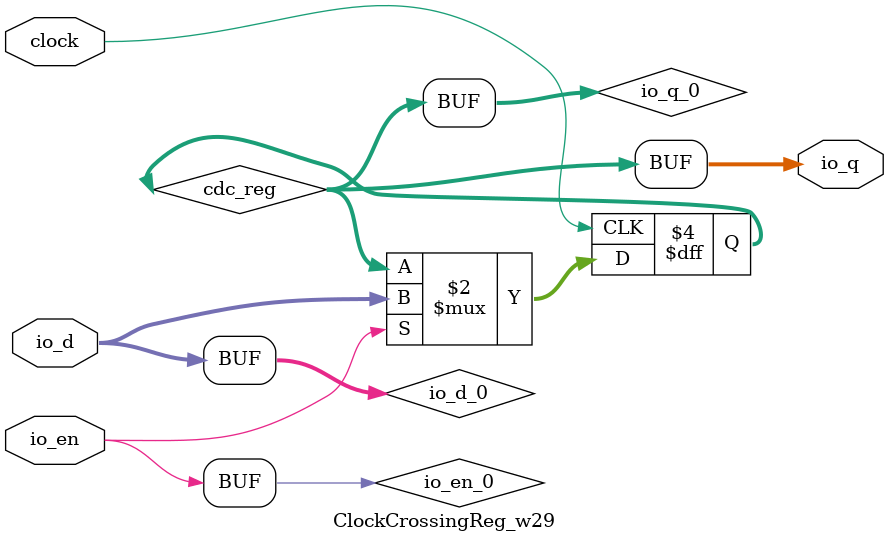
<source format=sv>
`ifndef RANDOMIZE
  `ifdef RANDOMIZE_MEM_INIT
    `define RANDOMIZE
  `endif // RANDOMIZE_MEM_INIT
`endif // not def RANDOMIZE
`ifndef RANDOMIZE
  `ifdef RANDOMIZE_REG_INIT
    `define RANDOMIZE
  `endif // RANDOMIZE_REG_INIT
`endif // not def RANDOMIZE

`ifndef RANDOM
  `define RANDOM $random
`endif // not def RANDOM

// Users can define INIT_RANDOM as general code that gets injected into the
// initializer block for modules with registers.
`ifndef INIT_RANDOM
  `define INIT_RANDOM
`endif // not def INIT_RANDOM

// If using random initialization, you can also define RANDOMIZE_DELAY to
// customize the delay used, otherwise 0.002 is used.
`ifndef RANDOMIZE_DELAY
  `define RANDOMIZE_DELAY 0.002
`endif // not def RANDOMIZE_DELAY

// Define INIT_RANDOM_PROLOG_ for use in our modules below.
`ifndef INIT_RANDOM_PROLOG_
  `ifdef RANDOMIZE
    `ifdef VERILATOR
      `define INIT_RANDOM_PROLOG_ `INIT_RANDOM
    `else  // VERILATOR
      `define INIT_RANDOM_PROLOG_ `INIT_RANDOM #`RANDOMIZE_DELAY begin end
    `endif // VERILATOR
  `else  // RANDOMIZE
    `define INIT_RANDOM_PROLOG_
  `endif // RANDOMIZE
`endif // not def INIT_RANDOM_PROLOG_

// Include register initializers in init blocks unless synthesis is set
`ifndef SYNTHESIS
  `ifndef ENABLE_INITIAL_REG_
    `define ENABLE_INITIAL_REG_
  `endif // not def ENABLE_INITIAL_REG_
`endif // not def SYNTHESIS

// Include rmemory initializers in init blocks unless synthesis is set
`ifndef SYNTHESIS
  `ifndef ENABLE_INITIAL_MEM_
    `define ENABLE_INITIAL_MEM_
  `endif // not def ENABLE_INITIAL_MEM_
`endif // not def SYNTHESIS

// Standard header to adapt well known macros for prints and assertions.

// Users can define 'PRINTF_COND' to add an extra gate to prints.
`ifndef PRINTF_COND_
  `ifdef PRINTF_COND
    `define PRINTF_COND_ (`PRINTF_COND)
  `else  // PRINTF_COND
    `define PRINTF_COND_ 1
  `endif // PRINTF_COND
`endif // not def PRINTF_COND_

// Users can define 'ASSERT_VERBOSE_COND' to add an extra gate to assert error printing.
`ifndef ASSERT_VERBOSE_COND_
  `ifdef ASSERT_VERBOSE_COND
    `define ASSERT_VERBOSE_COND_ (`ASSERT_VERBOSE_COND)
  `else  // ASSERT_VERBOSE_COND
    `define ASSERT_VERBOSE_COND_ 1
  `endif // ASSERT_VERBOSE_COND
`endif // not def ASSERT_VERBOSE_COND_

// Users can define 'STOP_COND' to add an extra gate to stop conditions.
`ifndef STOP_COND_
  `ifdef STOP_COND
    `define STOP_COND_ (`STOP_COND)
  `else  // STOP_COND
    `define STOP_COND_ 1
  `endif // STOP_COND
`endif // not def STOP_COND_

module ClockCrossingReg_w29(
  input         clock,
  input  [28:0] io_d,	// src/main/scala/util/SynchronizerReg.scala:195:14
  output [28:0] io_q,	// src/main/scala/util/SynchronizerReg.scala:195:14
  input         io_en	// src/main/scala/util/SynchronizerReg.scala:195:14
);

  wire [28:0] io_d_0 = io_d;
  wire        io_en_0 = io_en;
  reg  [28:0] cdc_reg;	// src/main/scala/util/SynchronizerReg.scala:201:76
  wire [28:0] io_q_0 = cdc_reg;	// src/main/scala/util/SynchronizerReg.scala:201:76
  always @(posedge clock) begin
    if (io_en_0)
      cdc_reg <= io_d_0;	// src/main/scala/util/SynchronizerReg.scala:201:76
  end // always @(posedge)
  `ifdef ENABLE_INITIAL_REG_
    `ifdef FIRRTL_BEFORE_INITIAL
      `FIRRTL_BEFORE_INITIAL
    `endif // FIRRTL_BEFORE_INITIAL
    initial begin
      automatic logic [31:0] _RANDOM[0:0];
      `ifdef INIT_RANDOM_PROLOG_
        `INIT_RANDOM_PROLOG_
      `endif // INIT_RANDOM_PROLOG_
      `ifdef RANDOMIZE_REG_INIT
        _RANDOM[/*Zero width*/ 1'b0] = `RANDOM;
        cdc_reg = _RANDOM[/*Zero width*/ 1'b0][28:0];	// src/main/scala/util/SynchronizerReg.scala:201:76
      `endif // RANDOMIZE_REG_INIT
    end // initial
    `ifdef FIRRTL_AFTER_INITIAL
      `FIRRTL_AFTER_INITIAL
    `endif // FIRRTL_AFTER_INITIAL
  `endif // ENABLE_INITIAL_REG_
  assign io_q = io_q_0;
endmodule


</source>
